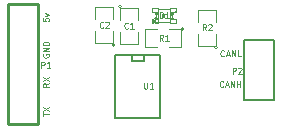
<source format=gto>
G04 (created by PCBNEW (2013-07-07 BZR 4022)-stable) date 1/6/2014 9:11:52 PM*
%MOIN*%
G04 Gerber Fmt 3.4, Leading zero omitted, Abs format*
%FSLAX34Y34*%
G01*
G70*
G90*
G04 APERTURE LIST*
%ADD10C,0.00590551*%
%ADD11C,0.004*%
%ADD12C,0.0039*%
%ADD13C,0.0026*%
%ADD14C,0.002*%
%ADD15C,0.01*%
%ADD16C,0.006*%
%ADD17C,0.005*%
G04 APERTURE END LIST*
G54D10*
G54D11*
X77443Y-48685D02*
X77434Y-48695D01*
X77406Y-48704D01*
X77387Y-48704D01*
X77359Y-48695D01*
X77340Y-48676D01*
X77331Y-48657D01*
X77321Y-48620D01*
X77321Y-48592D01*
X77331Y-48554D01*
X77340Y-48535D01*
X77359Y-48517D01*
X77387Y-48507D01*
X77406Y-48507D01*
X77434Y-48517D01*
X77443Y-48526D01*
X77518Y-48648D02*
X77612Y-48648D01*
X77499Y-48704D02*
X77565Y-48507D01*
X77631Y-48704D01*
X77696Y-48704D02*
X77696Y-48507D01*
X77809Y-48704D01*
X77809Y-48507D01*
X77997Y-48704D02*
X77903Y-48704D01*
X77903Y-48507D01*
X77420Y-49710D02*
X77410Y-49720D01*
X77382Y-49729D01*
X77363Y-49729D01*
X77335Y-49720D01*
X77316Y-49701D01*
X77307Y-49682D01*
X77298Y-49645D01*
X77298Y-49617D01*
X77307Y-49579D01*
X77316Y-49560D01*
X77335Y-49542D01*
X77363Y-49532D01*
X77382Y-49532D01*
X77410Y-49542D01*
X77420Y-49551D01*
X77495Y-49673D02*
X77589Y-49673D01*
X77476Y-49729D02*
X77542Y-49532D01*
X77607Y-49729D01*
X77673Y-49729D02*
X77673Y-49532D01*
X77786Y-49729D01*
X77786Y-49532D01*
X77879Y-49729D02*
X77879Y-49532D01*
X77879Y-49626D02*
X77992Y-49626D01*
X77992Y-49729D02*
X77992Y-49532D01*
X71407Y-50687D02*
X71407Y-50574D01*
X71604Y-50630D02*
X71407Y-50630D01*
X71407Y-50527D02*
X71604Y-50396D01*
X71407Y-50396D02*
X71604Y-50527D01*
X71604Y-49608D02*
X71510Y-49673D01*
X71604Y-49720D02*
X71407Y-49720D01*
X71407Y-49645D01*
X71417Y-49626D01*
X71426Y-49617D01*
X71445Y-49608D01*
X71473Y-49608D01*
X71492Y-49617D01*
X71501Y-49626D01*
X71510Y-49645D01*
X71510Y-49720D01*
X71407Y-49542D02*
X71604Y-49411D01*
X71407Y-49411D02*
X71604Y-49542D01*
X71417Y-48632D02*
X71407Y-48651D01*
X71407Y-48679D01*
X71417Y-48707D01*
X71435Y-48726D01*
X71454Y-48735D01*
X71492Y-48745D01*
X71520Y-48745D01*
X71557Y-48735D01*
X71576Y-48726D01*
X71595Y-48707D01*
X71604Y-48679D01*
X71604Y-48660D01*
X71595Y-48632D01*
X71585Y-48623D01*
X71520Y-48623D01*
X71520Y-48660D01*
X71604Y-48538D02*
X71407Y-48538D01*
X71604Y-48426D01*
X71407Y-48426D01*
X71604Y-48332D02*
X71407Y-48332D01*
X71407Y-48285D01*
X71417Y-48257D01*
X71435Y-48238D01*
X71454Y-48229D01*
X71492Y-48219D01*
X71520Y-48219D01*
X71557Y-48229D01*
X71576Y-48238D01*
X71595Y-48257D01*
X71604Y-48285D01*
X71604Y-48332D01*
X71407Y-47441D02*
X71407Y-47535D01*
X71501Y-47544D01*
X71492Y-47535D01*
X71482Y-47516D01*
X71482Y-47469D01*
X71492Y-47450D01*
X71501Y-47441D01*
X71520Y-47431D01*
X71567Y-47431D01*
X71585Y-47441D01*
X71595Y-47450D01*
X71604Y-47469D01*
X71604Y-47516D01*
X71595Y-47535D01*
X71585Y-47544D01*
X71473Y-47366D02*
X71604Y-47319D01*
X71473Y-47272D01*
G54D12*
X74025Y-47050D02*
G75*
G03X74025Y-47050I-50J0D01*
G74*
G01*
X73975Y-47500D02*
X73975Y-47100D01*
X73975Y-47100D02*
X74575Y-47100D01*
X74575Y-47100D02*
X74575Y-47500D01*
X74575Y-47900D02*
X74575Y-48300D01*
X74575Y-48300D02*
X73975Y-48300D01*
X73975Y-48300D02*
X73975Y-47900D01*
X73800Y-48325D02*
G75*
G03X73800Y-48325I-50J0D01*
G74*
G01*
X73750Y-47875D02*
X73750Y-48275D01*
X73750Y-48275D02*
X73150Y-48275D01*
X73150Y-48275D02*
X73150Y-47875D01*
X73150Y-47475D02*
X73150Y-47075D01*
X73150Y-47075D02*
X73750Y-47075D01*
X73750Y-47075D02*
X73750Y-47475D01*
G54D13*
X75254Y-47232D02*
X75254Y-47104D01*
X75254Y-47104D02*
X75057Y-47104D01*
X75057Y-47232D02*
X75057Y-47104D01*
X75254Y-47232D02*
X75057Y-47232D01*
X75254Y-47477D02*
X75254Y-47418D01*
X75254Y-47418D02*
X75155Y-47418D01*
X75155Y-47477D02*
X75155Y-47418D01*
X75254Y-47477D02*
X75155Y-47477D01*
X75254Y-47282D02*
X75254Y-47223D01*
X75254Y-47223D02*
X75155Y-47223D01*
X75155Y-47282D02*
X75155Y-47223D01*
X75254Y-47282D02*
X75155Y-47282D01*
X75254Y-47428D02*
X75254Y-47272D01*
X75254Y-47272D02*
X75185Y-47272D01*
X75185Y-47428D02*
X75185Y-47272D01*
X75254Y-47428D02*
X75185Y-47428D01*
X75843Y-47232D02*
X75843Y-47104D01*
X75843Y-47104D02*
X75646Y-47104D01*
X75646Y-47232D02*
X75646Y-47104D01*
X75843Y-47232D02*
X75646Y-47232D01*
X75843Y-47596D02*
X75843Y-47468D01*
X75843Y-47468D02*
X75646Y-47468D01*
X75646Y-47596D02*
X75646Y-47468D01*
X75843Y-47596D02*
X75646Y-47596D01*
X75745Y-47282D02*
X75745Y-47223D01*
X75745Y-47223D02*
X75646Y-47223D01*
X75646Y-47282D02*
X75646Y-47223D01*
X75745Y-47282D02*
X75646Y-47282D01*
X75745Y-47477D02*
X75745Y-47418D01*
X75745Y-47418D02*
X75646Y-47418D01*
X75646Y-47477D02*
X75646Y-47418D01*
X75745Y-47477D02*
X75646Y-47477D01*
X75715Y-47428D02*
X75715Y-47272D01*
X75715Y-47272D02*
X75646Y-47272D01*
X75646Y-47428D02*
X75646Y-47272D01*
X75715Y-47428D02*
X75646Y-47428D01*
X75450Y-47389D02*
X75450Y-47311D01*
X75450Y-47311D02*
X75372Y-47311D01*
X75372Y-47389D02*
X75372Y-47311D01*
X75450Y-47389D02*
X75372Y-47389D01*
X75254Y-47586D02*
X75254Y-47468D01*
X75254Y-47468D02*
X75136Y-47468D01*
X75136Y-47586D02*
X75136Y-47468D01*
X75254Y-47586D02*
X75136Y-47586D01*
X75086Y-47596D02*
X75086Y-47507D01*
X75086Y-47507D02*
X75057Y-47507D01*
X75057Y-47596D02*
X75057Y-47507D01*
X75086Y-47596D02*
X75057Y-47596D01*
G54D11*
X75244Y-47124D02*
X75656Y-47124D01*
X75646Y-47576D02*
X75086Y-47576D01*
G54D14*
X75144Y-47527D02*
G75*
G03X75144Y-47527I-28J0D01*
G74*
G01*
G54D11*
X75057Y-47487D02*
G75*
G03X75057Y-47213I0J137D01*
G74*
G01*
X75843Y-47213D02*
G75*
G03X75843Y-47487I0J-137D01*
G74*
G01*
G54D12*
X76100Y-47800D02*
G75*
G03X76100Y-47800I-50J0D01*
G74*
G01*
X75600Y-47800D02*
X76000Y-47800D01*
X76000Y-47800D02*
X76000Y-48400D01*
X76000Y-48400D02*
X75600Y-48400D01*
X75200Y-48400D02*
X74800Y-48400D01*
X74800Y-48400D02*
X74800Y-47800D01*
X74800Y-47800D02*
X75200Y-47800D01*
X77225Y-48400D02*
G75*
G03X77225Y-48400I-50J0D01*
G74*
G01*
X77175Y-47950D02*
X77175Y-48350D01*
X77175Y-48350D02*
X76575Y-48350D01*
X76575Y-48350D02*
X76575Y-47950D01*
X76575Y-47550D02*
X76575Y-47150D01*
X76575Y-47150D02*
X77175Y-47150D01*
X77175Y-47150D02*
X77175Y-47550D01*
G54D15*
X70250Y-50975D02*
X70250Y-46975D01*
X71250Y-50975D02*
X71250Y-46975D01*
X71250Y-46975D02*
X70250Y-46975D01*
X70250Y-50975D02*
X71250Y-50975D01*
G54D16*
X78125Y-48150D02*
X79125Y-48150D01*
X79125Y-48150D02*
X79125Y-50150D01*
X79125Y-50150D02*
X78125Y-50150D01*
X78125Y-50150D02*
X78125Y-48150D01*
G54D17*
X73875Y-48650D02*
X73825Y-48650D01*
X73825Y-48650D02*
X73825Y-50750D01*
X75325Y-50750D02*
X75325Y-48650D01*
X75325Y-48650D02*
X73875Y-48650D01*
X74775Y-48650D02*
X74775Y-48850D01*
X74775Y-48850D02*
X74375Y-48850D01*
X74375Y-48850D02*
X74375Y-48650D01*
X75325Y-50750D02*
X73825Y-50750D01*
G54D11*
X74242Y-47760D02*
X74232Y-47770D01*
X74204Y-47779D01*
X74185Y-47779D01*
X74157Y-47770D01*
X74138Y-47751D01*
X74129Y-47732D01*
X74120Y-47695D01*
X74120Y-47667D01*
X74129Y-47629D01*
X74138Y-47610D01*
X74157Y-47592D01*
X74185Y-47582D01*
X74204Y-47582D01*
X74232Y-47592D01*
X74242Y-47601D01*
X74429Y-47779D02*
X74317Y-47779D01*
X74373Y-47779D02*
X74373Y-47582D01*
X74354Y-47610D01*
X74335Y-47629D01*
X74317Y-47639D01*
X73417Y-47735D02*
X73407Y-47745D01*
X73379Y-47754D01*
X73360Y-47754D01*
X73332Y-47745D01*
X73313Y-47726D01*
X73304Y-47707D01*
X73295Y-47670D01*
X73295Y-47642D01*
X73304Y-47604D01*
X73313Y-47585D01*
X73332Y-47567D01*
X73360Y-47557D01*
X73379Y-47557D01*
X73407Y-47567D01*
X73417Y-47576D01*
X73492Y-47576D02*
X73501Y-47567D01*
X73520Y-47557D01*
X73567Y-47557D01*
X73586Y-47567D01*
X73595Y-47576D01*
X73604Y-47595D01*
X73604Y-47614D01*
X73595Y-47642D01*
X73482Y-47754D01*
X73604Y-47754D01*
X75304Y-47429D02*
X75304Y-47232D01*
X75351Y-47232D01*
X75379Y-47242D01*
X75398Y-47260D01*
X75407Y-47279D01*
X75417Y-47317D01*
X75417Y-47345D01*
X75407Y-47382D01*
X75398Y-47401D01*
X75379Y-47420D01*
X75351Y-47429D01*
X75304Y-47429D01*
X75604Y-47429D02*
X75492Y-47429D01*
X75548Y-47429D02*
X75548Y-47232D01*
X75529Y-47260D01*
X75510Y-47279D01*
X75492Y-47289D01*
X75417Y-48179D02*
X75351Y-48085D01*
X75304Y-48179D02*
X75304Y-47982D01*
X75379Y-47982D01*
X75398Y-47992D01*
X75407Y-48001D01*
X75417Y-48020D01*
X75417Y-48048D01*
X75407Y-48067D01*
X75398Y-48076D01*
X75379Y-48085D01*
X75304Y-48085D01*
X75604Y-48179D02*
X75492Y-48179D01*
X75548Y-48179D02*
X75548Y-47982D01*
X75529Y-48010D01*
X75510Y-48029D01*
X75492Y-48039D01*
X76842Y-47829D02*
X76776Y-47735D01*
X76729Y-47829D02*
X76729Y-47632D01*
X76804Y-47632D01*
X76823Y-47642D01*
X76832Y-47651D01*
X76842Y-47670D01*
X76842Y-47698D01*
X76832Y-47717D01*
X76823Y-47726D01*
X76804Y-47735D01*
X76729Y-47735D01*
X76917Y-47651D02*
X76926Y-47642D01*
X76945Y-47632D01*
X76992Y-47632D01*
X77011Y-47642D01*
X77020Y-47651D01*
X77029Y-47670D01*
X77029Y-47689D01*
X77020Y-47717D01*
X76907Y-47829D01*
X77029Y-47829D01*
X71354Y-49079D02*
X71354Y-48882D01*
X71429Y-48882D01*
X71448Y-48892D01*
X71457Y-48901D01*
X71467Y-48920D01*
X71467Y-48948D01*
X71457Y-48967D01*
X71448Y-48976D01*
X71429Y-48985D01*
X71354Y-48985D01*
X71654Y-49079D02*
X71542Y-49079D01*
X71598Y-49079D02*
X71598Y-48882D01*
X71579Y-48910D01*
X71560Y-48929D01*
X71542Y-48939D01*
X77729Y-49279D02*
X77729Y-49082D01*
X77804Y-49082D01*
X77823Y-49092D01*
X77832Y-49101D01*
X77842Y-49120D01*
X77842Y-49148D01*
X77832Y-49167D01*
X77823Y-49176D01*
X77804Y-49185D01*
X77729Y-49185D01*
X77917Y-49101D02*
X77926Y-49092D01*
X77945Y-49082D01*
X77992Y-49082D01*
X78011Y-49092D01*
X78020Y-49101D01*
X78029Y-49120D01*
X78029Y-49139D01*
X78020Y-49167D01*
X77907Y-49279D01*
X78029Y-49279D01*
X74774Y-49582D02*
X74774Y-49742D01*
X74784Y-49760D01*
X74793Y-49770D01*
X74812Y-49779D01*
X74849Y-49779D01*
X74868Y-49770D01*
X74878Y-49760D01*
X74887Y-49742D01*
X74887Y-49582D01*
X75084Y-49779D02*
X74971Y-49779D01*
X75028Y-49779D02*
X75028Y-49582D01*
X75009Y-49610D01*
X74990Y-49629D01*
X74971Y-49639D01*
M02*

</source>
